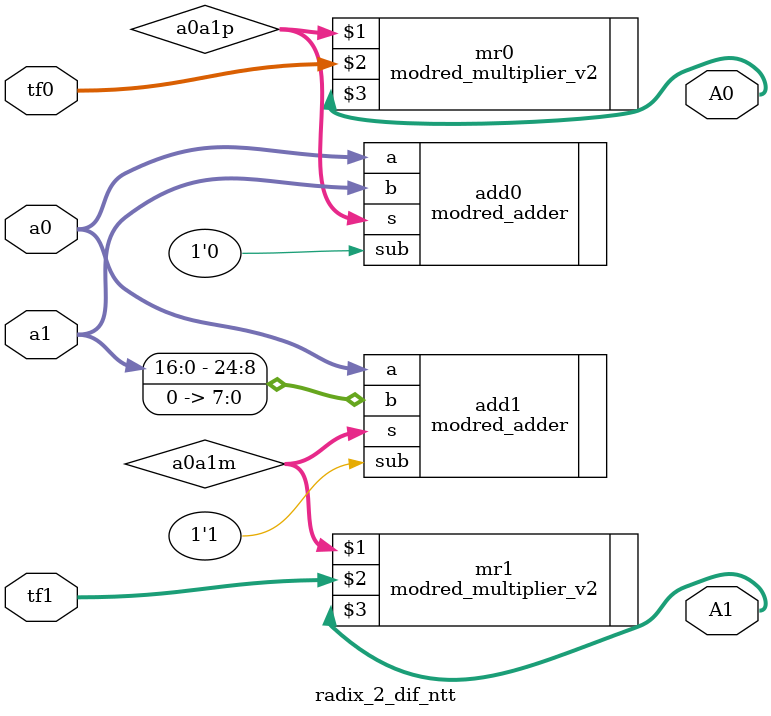
<source format=v>
`timescale 1ns / 1ps


module radix_2_dif_ntt #(parameter N = 17, Q = 65537, TWOINV = 32769) (
    input signed [N-1:0] a0,
    input signed [N-1:0] a1,
    input signed [N-1:0] tf0,
    input signed [N-1:0] tf1,
    output [N-1:0] A0,
    output [N-1:0] A1
    );

    wire [N-1:0] a0a1p, a0a1m;
    
    modred_adder #(.LOGQ(N)) add0(.a(a0), .b(a1), .sub(1'B0), .s(a0a1p));
    modred_adder #(.LOGQ(N)) add1(.a(a0), .b({a1, 8'D0}), .sub(1'B1), .s(a0a1m));
    
    modred_multiplier_v2 #(.LOGQ(N)) mr0(a0a1p, tf0, A0);
    modred_multiplier_v2 #(.LOGQ(N)) mr1(a0a1m, tf1, A1);

endmodule

</source>
